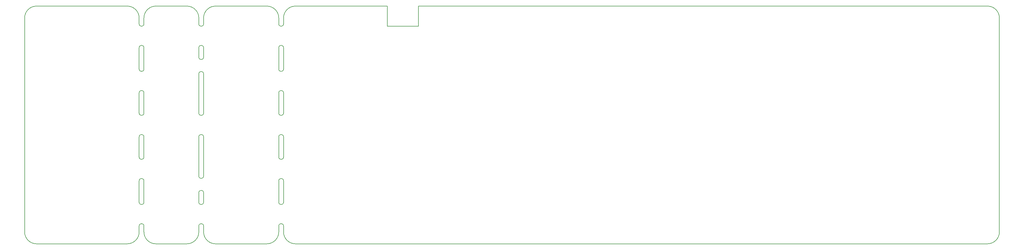
<source format=gbr>
G04 #@! TF.GenerationSoftware,KiCad,Pcbnew,(5.1.2-1)-1*
G04 #@! TF.CreationDate,2020-06-05T15:41:12-05:00*
G04 #@! TF.ProjectId,therick48.16SP_bottom_plate,74686572-6963-46b3-9438-2e313653505f,rev?*
G04 #@! TF.SameCoordinates,Original*
G04 #@! TF.FileFunction,Profile,NP*
%FSLAX46Y46*%
G04 Gerber Fmt 4.6, Leading zero omitted, Abs format (unit mm)*
G04 Created by KiCad (PCBNEW (5.1.2-1)-1) date 2020-06-05 15:41:12*
%MOMM*%
%LPD*%
G04 APERTURE LIST*
%ADD10C,0.150000*%
G04 APERTURE END LIST*
D10*
X124259683Y-40659883D02*
X140599615Y-40659744D01*
X105259733Y-40659883D02*
X115139298Y-40659627D01*
X67259823Y-40659893D02*
X96139348Y-40659627D01*
X96139737Y-116659703D02*
X67259991Y-116660000D01*
X115139687Y-116659703D02*
X105260122Y-116659959D01*
X124260072Y-116659959D02*
X140599620Y-116659703D01*
X99939738Y-96519761D02*
G75*
G02X101459732Y-96519747I759997J-1D01*
G01*
X101459348Y-103359729D02*
G75*
G02X99939354Y-103359743I-759997J1D01*
G01*
X99939353Y-96519491D02*
X99939354Y-103359743D01*
X101459733Y-96519746D02*
X101459733Y-103359728D01*
X118939687Y-100319736D02*
G75*
G02X120459681Y-100319722I759997J-1D01*
G01*
X120459298Y-103359474D02*
G75*
G02X118939304Y-103359488I-759997J1D01*
G01*
X118939687Y-100319736D02*
X118939303Y-103359489D01*
X120459683Y-100319736D02*
X120459683Y-103359744D01*
X99939739Y-82459797D02*
G75*
G02X101459733Y-82459783I759997J-1D01*
G01*
X101459734Y-82459760D02*
X101459349Y-88919767D01*
X99939354Y-82459527D02*
X99939354Y-88919766D01*
X101459349Y-88919767D02*
G75*
G02X99939355Y-88919781I-759997J1D01*
G01*
X118939688Y-82459782D02*
G75*
G02X120459682Y-82459768I759997J-1D01*
G01*
X120459683Y-82459783D02*
X120459299Y-94999751D01*
X118939304Y-82459783D02*
X118939305Y-94999765D01*
X120459299Y-94999751D02*
G75*
G02X118939305Y-94999765I-759997J1D01*
G01*
X99939739Y-68399834D02*
G75*
G02X101459733Y-68399820I759997J-1D01*
G01*
X101458965Y-74859789D02*
G75*
G02X99938971Y-74859803I-759997J1D01*
G01*
X99938971Y-68399293D02*
X99938971Y-74859803D01*
X101459734Y-68399745D02*
X101458965Y-74859789D01*
X118939689Y-62319850D02*
G75*
G02X120459683Y-62319836I759997J-1D01*
G01*
X120458915Y-74859804D02*
G75*
G02X118938921Y-74859818I-759997J1D01*
G01*
X118939689Y-62319850D02*
X118938921Y-74859803D01*
X120459683Y-62319836D02*
X120458915Y-74859804D01*
X99939739Y-53959856D02*
G75*
G02X101459733Y-53959842I759997J-1D01*
G01*
X101459348Y-60799826D02*
G75*
G02X99939354Y-60799840I-759997J1D01*
G01*
X99939354Y-53959586D02*
X99939354Y-60799840D01*
X101459733Y-53959842D02*
X101459348Y-60799826D01*
X118939689Y-53959872D02*
G75*
G02X120459683Y-53959858I759997J-1D01*
G01*
X120459298Y-56999850D02*
G75*
G02X118939304Y-56999864I-759997J1D01*
G01*
X118939304Y-53959858D02*
X118939304Y-56999864D01*
X120459298Y-53959858D02*
X120459298Y-56999850D01*
X145919614Y-88919752D02*
G75*
G02X144399620Y-88919766I-759997J1D01*
G01*
X118940456Y-110960095D02*
G75*
G02X120460450Y-110960081I759997J-1D01*
G01*
X118939687Y-112859703D02*
X118939687Y-110959704D01*
X120459683Y-112859703D02*
X120460072Y-110959960D01*
X118939687Y-112859703D02*
G75*
G02X115139687Y-116659703I-3800000J0D01*
G01*
X124260072Y-116659959D02*
G75*
G02X120460072Y-112859959I0J3800000D01*
G01*
X99940506Y-110960095D02*
G75*
G02X101460500Y-110960081I759997J-1D01*
G01*
X99939737Y-112859703D02*
X99939737Y-110959704D01*
X101459733Y-112859703D02*
X101460122Y-110959960D01*
X99939737Y-112859703D02*
G75*
G02X96139737Y-116659703I-3800000J0D01*
G01*
X105260122Y-116659959D02*
G75*
G02X101460122Y-112859959I0J3800000D01*
G01*
X101458964Y-46359491D02*
G75*
G02X99938970Y-46359505I-759997J1D01*
G01*
X101459733Y-44459883D02*
X101459733Y-46359882D01*
X99939737Y-44459883D02*
X99939348Y-46359626D01*
X101459733Y-44459883D02*
G75*
G02X105259733Y-40659883I3800000J0D01*
G01*
X96139348Y-40659627D02*
G75*
G02X99939348Y-44459627I0J-3800000D01*
G01*
X120458914Y-46359879D02*
G75*
G02X118938920Y-46359893I-759997J1D01*
G01*
X120459683Y-44459883D02*
X120458914Y-46359879D01*
X118939298Y-44459627D02*
X118939687Y-46359878D01*
X120459683Y-44459883D02*
G75*
G02X124259683Y-40659883I3800000J0D01*
G01*
X115139298Y-40659627D02*
G75*
G02X118939298Y-44459627I0J-3800000D01*
G01*
X145919231Y-46359879D02*
G75*
G02X144399237Y-46359893I-759997J1D01*
G01*
X144399621Y-53959857D02*
G75*
G02X145919615Y-53959843I759997J-1D01*
G01*
X145919615Y-60799841D02*
G75*
G02X144399621Y-60799855I-759997J1D01*
G01*
X144400005Y-68400090D02*
G75*
G02X145919999Y-68400076I759997J-1D01*
G01*
X145919231Y-74859789D02*
G75*
G02X144399237Y-74859803I-759997J1D01*
G01*
X144400005Y-82460038D02*
G75*
G02X145919999Y-82460024I759997J-1D01*
G01*
X144399621Y-96519745D02*
G75*
G02X145919615Y-96519731I759997J-1D01*
G01*
X144399621Y-110959707D02*
G75*
G02X145919615Y-110959693I759997J-1D01*
G01*
X145919615Y-103359729D02*
G75*
G02X144399621Y-103359743I-759997J1D01*
G01*
X67259991Y-116660000D02*
G75*
G02X63459991Y-112860000I0J3800000D01*
G01*
X63459991Y-44460000D02*
G75*
G02X67259991Y-40660000I3800000J0D01*
G01*
X63459991Y-112860000D02*
X63459991Y-44460000D01*
X145920000Y-68400001D02*
X145919231Y-74859789D01*
X144399237Y-68399549D02*
X144399237Y-74859803D01*
X145919616Y-53959858D02*
X145920000Y-60799840D01*
X144399620Y-53959858D02*
X144399620Y-60799840D01*
X144399615Y-44459744D02*
X144399237Y-46359893D01*
X145920000Y-44460000D02*
X145919231Y-46359879D01*
X145920000Y-96519746D02*
X145919615Y-103359729D01*
X144399620Y-96519746D02*
X144399620Y-103359728D01*
X145920000Y-82460001D02*
X145919614Y-88919752D01*
X144399620Y-82459768D02*
X144399620Y-88919766D01*
X145920000Y-110959708D02*
X145920000Y-112860000D01*
X144399620Y-110959708D02*
X144399620Y-112859707D01*
X373920000Y-112860000D02*
X373920000Y-44460000D01*
X140599615Y-40659744D02*
G75*
G02X144399615Y-44459744I0J-3800000D01*
G01*
X144399620Y-112859703D02*
G75*
G02X140599620Y-116659703I-3800000J0D01*
G01*
X188860000Y-47119876D02*
X188860000Y-40660000D01*
X178979529Y-47119876D02*
X188859529Y-47119876D01*
X178980000Y-40660000D02*
X178980000Y-47119876D01*
X149720000Y-116660000D02*
X370120000Y-116660000D01*
X149720000Y-40660000D02*
X178980000Y-40660000D01*
X370120000Y-40660000D02*
X188860000Y-40660000D01*
X370120000Y-40660000D02*
G75*
G02X373920000Y-44460000I0J-3800000D01*
G01*
X373920000Y-112860000D02*
G75*
G02X370120000Y-116660000I-3800000J0D01*
G01*
X149720000Y-116660000D02*
G75*
G02X145920000Y-112860000I0J3800000D01*
G01*
X145920000Y-44460000D02*
G75*
G02X149720000Y-40660000I3800000J0D01*
G01*
M02*

</source>
